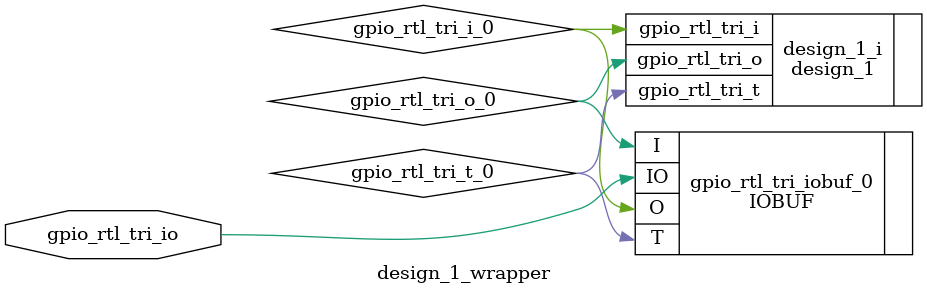
<source format=v>
`timescale 1 ps / 1 ps

module design_1_wrapper
   (gpio_rtl_tri_io);
  inout [0:0]gpio_rtl_tri_io;

  wire [0:0]gpio_rtl_tri_i_0;
  wire [0:0]gpio_rtl_tri_io_0;
  wire [0:0]gpio_rtl_tri_o_0;
  wire [0:0]gpio_rtl_tri_t_0;

  design_1 design_1_i
       (.gpio_rtl_tri_i(gpio_rtl_tri_i_0),
        .gpio_rtl_tri_o(gpio_rtl_tri_o_0),
        .gpio_rtl_tri_t(gpio_rtl_tri_t_0));
  IOBUF gpio_rtl_tri_iobuf_0
       (.I(gpio_rtl_tri_o_0),
        .IO(gpio_rtl_tri_io[0]),
        .O(gpio_rtl_tri_i_0),
        .T(gpio_rtl_tri_t_0));
endmodule

</source>
